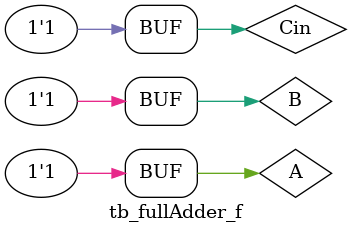
<source format=v>
`timescale 1ns / 1ps


module tb_fullAdder_f(
 
    );
    
    reg A, B, Cin;
    wire S, Cout;
    
    f_fullAdder uut(
        .A(A),
        .B(B),
        .Cin(Cin),
        .S(S),
        .Cout(Cout)
    );
    
    initial begin
        A = 1'b0; B = 1'b0; Cin = 1'b0;
        #50;
        
        A = 1'b0; B = 1'b0; Cin = 1'b1;
        #50;
        
        A = 1'b0; B = 1'b1; Cin = 1'b0;
        #50;
        
        A = 1'b0; B = 1'b1; Cin = 1'b1;
        #50;
        
        A = 1'b1; B = 1'b0; Cin = 1'b0;
        #50;
        
        A = 1'b1; B = 1'b0; Cin = 1'b1;
        #50;
        
        A = 1'b1; B = 1'b1; Cin = 1'b0;
        #50;
        
        A = 1'b1; B = 1'b1; Cin = 1'b1;
        #50;       
    end
endmodule

</source>
